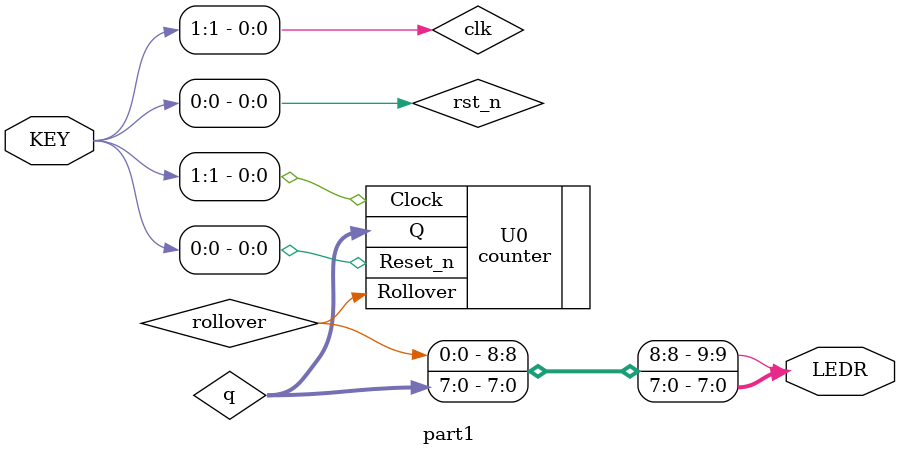
<source format=v>
module part1 (KEY, LEDR);
	input 		[3:0] KEY;
	output 		[9:0] LEDR;
	
	
	wire clk;
	wire rst_n;
	wire [7:0] q;
	wire rollover;

	assign LEDR[9] = rollover;
	assign LEDR[7:0] = q[7:0];
	assign clk = KEY[1];
	assign rst_n = KEY[0];
	
	counter U0(
		.Clock(clk),
		.Reset_n(rst_n),
		.Q(q),
		.Rollover(rollover));
		
	defparam U0.n = 8;
	defparam U0.k = 20;

endmodule
</source>
